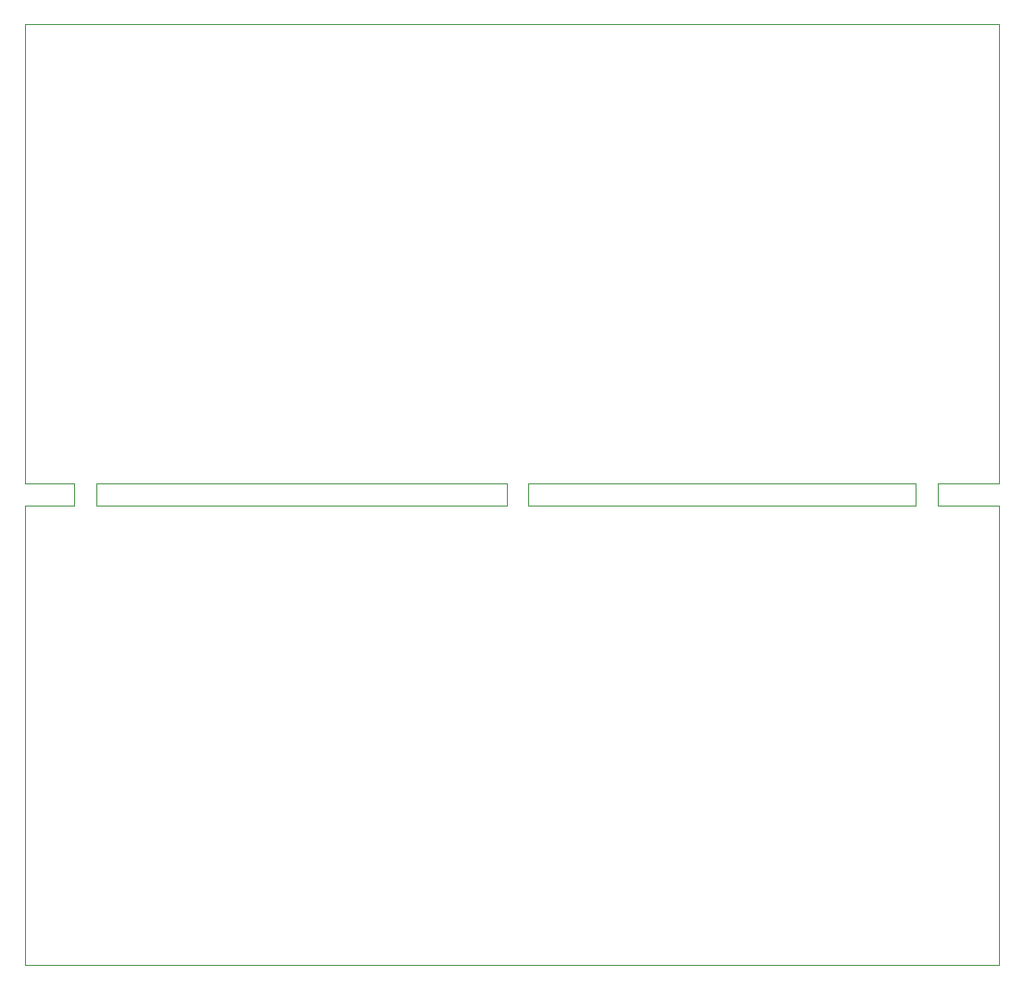
<source format=gm1>
G04 #@! TF.GenerationSoftware,KiCad,Pcbnew,(6.0.2-0)*
G04 #@! TF.CreationDate,2022-05-19T22:51:58+02:00*
G04 #@! TF.ProjectId,nixie,6e697869-652e-46b6-9963-61645f706362,rev?*
G04 #@! TF.SameCoordinates,Original*
G04 #@! TF.FileFunction,Profile,NP*
%FSLAX46Y46*%
G04 Gerber Fmt 4.6, Leading zero omitted, Abs format (unit mm)*
G04 Created by KiCad (PCBNEW (6.0.2-0)) date 2022-05-19 22:51:58*
%MOMM*%
%LPD*%
G01*
G04 APERTURE LIST*
G04 #@! TA.AperFunction,Profile*
%ADD10C,0.100000*%
G04 #@! TD*
G04 APERTURE END LIST*
D10*
X94500000Y-118000000D02*
X94500000Y-160000000D01*
X94500000Y-116000000D02*
X94500000Y-74000000D01*
X141000000Y-116000000D02*
X140500000Y-116000000D01*
X183500000Y-74000000D02*
X94500000Y-74000000D01*
X138000000Y-116000000D02*
X138500000Y-116000000D01*
X94500000Y-160000000D02*
X183500000Y-160000000D01*
X177900000Y-118000000D02*
X183500000Y-118000000D01*
X183500000Y-160000000D02*
X183500000Y-118000000D01*
X94500000Y-116000000D02*
X99000000Y-116000000D01*
X138000000Y-118000000D02*
X101000000Y-118000000D01*
X138500000Y-118000000D02*
X138000000Y-118000000D01*
X175900000Y-116000000D02*
X141000000Y-116000000D01*
X101000000Y-116000000D02*
X138000000Y-116000000D01*
X141000000Y-118000000D02*
X175900000Y-118000000D01*
X101000000Y-116000000D02*
X101000000Y-118000000D01*
X140500000Y-118000000D02*
X141000000Y-118000000D01*
X177900000Y-116000000D02*
X183500000Y-116000000D01*
X138500000Y-116000000D02*
X138500000Y-118000000D01*
X99000000Y-116000000D02*
X99000000Y-118000000D01*
X175900000Y-116000000D02*
X175900000Y-118000000D01*
X183500000Y-116000000D02*
X183500000Y-74000000D01*
X177900000Y-116000000D02*
X177900000Y-118000000D01*
X140500000Y-116000000D02*
X140500000Y-118000000D01*
X99000000Y-118000000D02*
X94500000Y-118000000D01*
M02*

</source>
